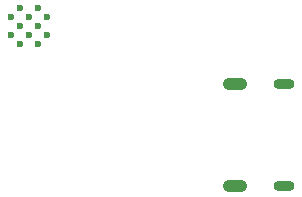
<source format=gbr>
%TF.GenerationSoftware,KiCad,Pcbnew,8.0.2*%
%TF.CreationDate,2024-10-06T18:26:15+11:00*%
%TF.ProjectId,ShutterRetroFit,53687574-7465-4725-9265-74726f466974,rev?*%
%TF.SameCoordinates,Original*%
%TF.FileFunction,Copper,L4,Bot*%
%TF.FilePolarity,Positive*%
%FSLAX46Y46*%
G04 Gerber Fmt 4.6, Leading zero omitted, Abs format (unit mm)*
G04 Created by KiCad (PCBNEW 8.0.2) date 2024-10-06 18:26:15*
%MOMM*%
%LPD*%
G01*
G04 APERTURE LIST*
%TA.AperFunction,HeatsinkPad*%
%ADD10C,0.600000*%
%TD*%
%TA.AperFunction,ComponentPad*%
%ADD11O,2.100000X1.050000*%
%TD*%
%TA.AperFunction,ComponentPad*%
%ADD12O,1.800000X0.900000*%
%TD*%
G04 APERTURE END LIST*
D10*
%TO.P,U1,39,GND*%
%TO.N,Net-(U1-GND-Pad1)*%
X120545000Y-75147500D03*
X120545000Y-76672500D03*
X121307500Y-74385000D03*
X121307500Y-75910000D03*
X121307500Y-77435000D03*
X122070000Y-75147500D03*
X122070000Y-76672500D03*
X122832500Y-74385000D03*
X122832500Y-75910000D03*
X122832500Y-77435000D03*
X123595000Y-75147500D03*
X123595000Y-76672500D03*
%TD*%
D11*
%TO.P,J1,SH1,SHIELD*%
%TO.N,unconnected-(J1-SHIELD-PadSH1)*%
X139500000Y-89430000D03*
%TO.P,J1,SH2,SHIELD__1*%
%TO.N,unconnected-(J1-SHIELD__1-PadSH2)*%
X139500000Y-80790000D03*
D12*
%TO.P,J1,SH3,SHIELD__2*%
%TO.N,unconnected-(J1-SHIELD__2-PadSH3)*%
X143680000Y-89430000D03*
%TO.P,J1,SH4,SHIELD__3*%
%TO.N,unconnected-(J1-SHIELD__3-PadSH4)*%
X143680000Y-80790000D03*
%TD*%
M02*

</source>
